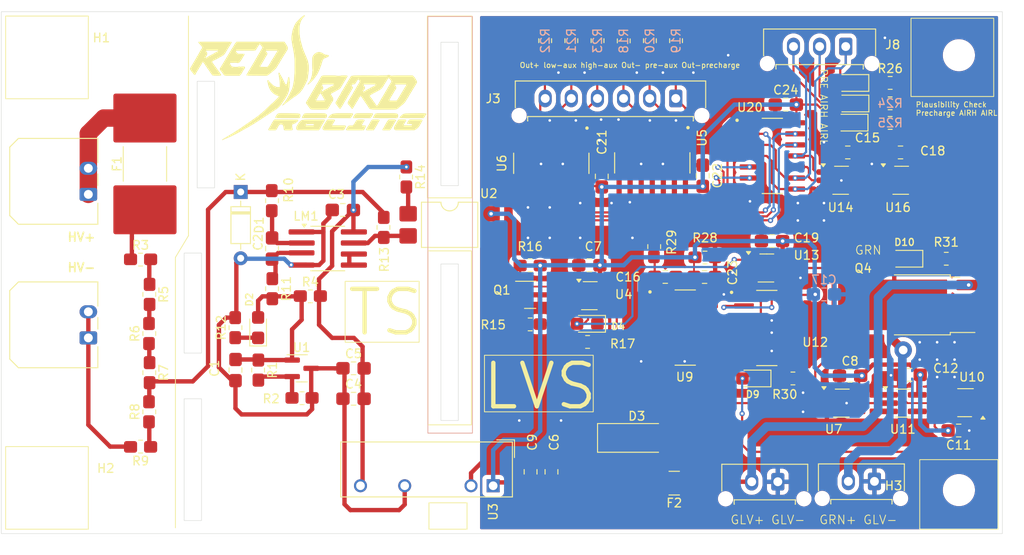
<source format=kicad_pcb>
(kicad_pcb (version 20241229) (generator "pcbnew") (generator_version "9.0")
  (layers (0 "F.Cu" signal) (2 "B.Cu" signal) (13 "F.Paste" user) (15 "B.Paste" user) (5 "F.SilkS" user "F.Silkscreen") (7 "B.SilkS" user "B.Silkscreen") (1 "F.Mask" user) (3 "B.Mask" user) (25 "Edge.Cuts" user))
  (net 0 "")
  (net 1 "+12V")
  (net 2 "/Vref")
  (net 3 "Net-(LM1-+)")
  (net 4 "Net-(LM1--)")
  (net 5 "Net-(R5-Pad2)")
  (net 6 "/Vin")
  (net 7 "GND")
  (net 8 "Net-(R6-Pad1)")
  (net 9 "Net-(R8-Pad1)")
  (net 10 "VCC")
  (net 11 "GLV-")
  (net 12 "GLV+")
  (net 13 "Net-(F1-Pad1)")
  (net 14 "Out +")
  (net 15 "Out Precharge")
  (net 16 "Out -")
  (net 17 "/GRN+")
  (net 18 "Net-(LM1-BAL)")
  (net 19 "Net-(LM1-Pad7)")
  (net 20 "Net-(Q1-G)")
  (net 21 "Net-(D2-K)")
  (net 22 "Net-(D5-K)")
  (net 23 "Net-(R3-Pad2)")
  (net 24 "TS RESET")
  (net 25 "AIRL Check")
  (net 26 "Net-(D6-K)")
  (net 27 "AIRH Check")
  (net 28 "Net-(J1-Pin_1)")
  (net 29 "/-HV")
  (net 30 "Net-(C16-Pad2)")
  (net 31 "Net-(D7-K)")
  (net 32 "Net-(D10-K)")
  (net 33 "Precharge Check")
  (net 34 "Net-(D9-K)")
  (net 35 "Net-(D4-K)")
  (net 36 "Net-(Q4-G)")
  (net 37 "RESET")
  (net 38 "Net-(U1-REF)")
  (net 39 "Net-(R14-Pad2)")
  (net 40 "TS LOGIC")
  (net 41 "RELAY LOGIC")
  (net 42 "high aux")
  (net 43 "pre aux")
  (net 44 "low aux")
  (net 45 "RELAY RESET")
  (net 46 "Net-(U11-Pad2)")
  (net 47 "Net-(U10-Pad2)")
  (net 48 "Net-(D3-A)")
  (net 49 "Net-(U5-Pad11)")
  (net 50 "Net-(U5-Pad13)")
  (net 51 "Net-(U6-Pad13)")
  (net 52 "Net-(U6-Pad11)")
  (net 53 "Net-(U5-Pad6)")
  (net 54 "Net-(U6-Pad6)")
  (net 55 "Net-(J3-Pin_4)")
  (net 56 "Net-(J3-Pin_3)")
  (net 57 "Net-(J3-Pin_1)")
  (net 58 "Net-(J3-Pin_2)")
  (net 59 "Net-(J3-Pin_5)")
  (net 60 "Net-(J3-Pin_6)")
  (net 61 "Net-(U14-Pad2)")
  (net 62 "Net-(U9-Pad13)")
  (net 71 "Net-(U12-Pad3)")
  (net 75 "Net-(U12-Pad2)")
  (footprint "RMC_Resistor:R_0805_2012Metric_Pad1.20x1.40mm_HandSolder_L" (layer "F.Cu") (at 165.05 81.4)
    (property "Reference" "R31")
    (property "Value" "1k")
  )
  (footprint "RMC_LED:LED_0805_2012Metric_Pad1.45x1.40mm_HandSolder" (layer "F.Cu") (at 154.055 63.552103 180)
    (property "Reference" "D6" (hide yes))
    (property "Value" "LED")
  )
  (footprint "RMC_SO:SOIC127P600X175-14N" (layer "F.Cu") (at 135.065 89.315)
    (property "Reference" "U9")
    (property "Value" "40106")
  )
  (footprint "Connector_Molex:Molex_Micro-Fit_3.0_43650-0215_1x02_P3.00mm_Vertical" (layer "F.Cu") (at 145.7 107.04 180)
    (property "Reference" "J7" (hide yes))
    (property "Value" "Conn_01x02_Pin")
  )
  (footprint "RMC_Capacitor:C_0805_2012Metric_Pad1.18x1.45mm_HandSolder_L" (layer "F.Cu") (at 83.4 94.2 -90)
    (property "Reference" "C1")
    (property "Value" "0.1uF")
  )
  (footprint "to be sorted:Fuse_1210_3225Metric_Pad1.42x2.65mm_HandSolder" (layer "F.Cu") (at 133.8 107.2 180)
    (property "Reference" "F2")
    (property "Value" "Fuse")
  )
  (footprint "RMC_Capacitor:C_0805_2012Metric_Pad1.18x1.45mm_HandSolder_L" (layer "F.Cu") (at 166.4756 101.15 180)
    (property "Reference" "C11")
    (property "Value" "0.1uF")
  )
  (footprint "RMC_Capacitor:C_0805_2012Metric_Pad1.18x1.45mm_HandSolder_L" (layer "F.Cu") (at 132.7719 83.4906 180)
    (property "Reference" "C16")
    (property "Value" "0.1uF")
  )
  (footprint "Diode_SMD:D_SMA_Handsoldering" (layer "F.Cu") (at 129.5 102)
    (property "Reference" "D3")
    (property "Value" "D")
  )
  (footprint "RMC_SOT:SOT-23-5_HandSoldering_Extended_RMC" (layer "F.Cu") (at 144.335 82.465)
    (property "Reference" "U13")
    (property "Value" "BU4S71G2")
  )
  (footprint "RMC_SOT:SOT-23" (layer "F.Cu") (at 117.25 85.55)
    (property "Reference" "Q1")
    (property "Value" "2N7002")
  )
  (footprint "RMC_Resistor:R_0805_2012Metric_Pad1.20x1.40mm_HandSolder_L" (layer "F.Cu") (at 73.5 90 90)
    (property "Reference" "R6")
    (property "Value" "249k")
  )
  (footprint "RMC_Resistor:R_0805_2012Metric_Pad1.20x1.40mm_HandSolder_L" (layer "F.Cu") (at 158.6075 65.784603)
    (property "Reference" "R25")
    (property "Value" "1k")
  )
  (footprint "Package_TO_SOT_SMD:SOT-23-5_HandSoldering" (layer "F.Cu") (at 124.05 85.65)
    (property "Reference" "U4")
    (property "Value" "BU4SU69G2")
  )
  (footprint "RMC_Resistor:R_0805_2012Metric_Pad1.20x1.40mm_HandSolder_L" (layer "F.Cu") (at 123.8475 90.9675 180)
    (property "Reference" "R17")
    (property "Value" "1k")
  )
  (footprint "RMC_Resistor:R_0805_2012Metric_Pad1.20x1.40mm_HandSolder_L" (layer "F.Cu") (at 92 85.725)
    (property "Reference" "R4")
    (property "Value" "2k2")
  )
  (footprint "RMC_LED:LED_0805_2012Metric_Pad1.45x1.40mm_HandSolder" (layer "F.Cu") (at 123.8025 88.8825 180)
    (property "Reference" "D4")
    (property "Value" "LED")
  )
  (footprint "RMC_Capacitor:C_0805_2012Metric_Pad1.18x1.45mm_HandSolder_L" (layer "F.Cu") (at 119.7 105.9 -90)
    (property "Reference" "C6")
    (property "Value" "2.2uF")
  )
  (footprint "RMC_Capacitor:C_0805_2012Metric_Pad1.18x1.45mm_HandSolder_L" (layer "F.Cu") (at 154 94.85)
    (property "Reference" "C8")
    (property "Value" "0.1uF")
  )
  (footprint "RMC_LED:LED_0805_2012Metric_Pad1.45x1.40mm_HandSolder" (layer "F.Cu") (at 160.25 81.4 180)
    (property "Reference" "D10")
    (property "Value" "LED")
  )
  (footprint "RMC_Resistor:R_0805_2012Metric_Pad1.20x1.40mm_HandSolder_L" (layer "F.Cu") (at 87.6 74.725 90)
    (property "Reference" "R10")
    (property "Value" "100")
  )
  (footprint "RMC_Capacitor:C_0805_2012Metric_Pad1.18x1.45mm_HandSolder_L" (layer "F.Cu") (at 96.9625 97.5)
    (property "Reference" "C4")
    (property "Value" "1uF")
  )
  (footprint "RMC_Capacitor:C_0805_2012Metric_Pad1.18x1.45mm_HandSolder_L" (layer "F.Cu") (at 159.793417 69.178517 180)
    (property "Reference" "C18")
    (property "Value" "0.1uF")
  )
  (footprint "RMC_SOT:SOT-23-5_HandSoldering_Extended_RMC" (layer "F.Cu") (at 167.26 97.95 180)
    (property "Reference" "U10")
    (property "Value" "BU4S01G2")
  )
  (footprint "RMC_Resistor:R_0805_2012Metric_Pad1.20x1.40mm_HandSolder_L" (layer "F.Cu") (at 87.6 84.8475 -90)
    (property "Reference" "R11")
    (property "Value" "100")
  )
  (footprint "RMC_TO:TO-252-2" (layer "F.Cu") (at 162.2 86.7 180)
    (property "Reference" "Q4")
    (property "Value" "QM6015D")
  )
  (footprint "RMC_Capacitor:C_0805_2012Metric_Pad1.18x1.45mm_HandSolder_L" (layer "F.Cu") (at 125.478817 71.928517 -90)
    (property "Reference" "C21")
    (property "Value" "0.1uF")
  )
  (footprint "RMC_Resistor:R_0805_2012Metric_Pad1.20x1.40mm_HandSolder_L" (layer "F.Cu") (at 118.977766 56.328517 90)
    (property "Reference" "R22")
    (property "Value" "10k")
  )
  (footprint "Connector_Molex:Molex_Micro-Fit_3.0_43650-0315_1x03_P3.00mm_Vertical" (layer "F.Cu") (at 153.5 57 180)
    (property "Reference" "J8")
    (property "Value" "Conn_01x03")
  )
  (footprint "RMC_Resistor:R_0805_2012Metric_Pad1.20x1.40mm_HandSolder_L" (layer "F.Cu") (at 86 94.2 -90)
    (property "Reference" "R1")
    (property "Value" "2k")
  )
  (footprint "RMC_LED:LED_0805_2012Metric_Pad1.45x1.40mm_HandSolder" (layer "F.Cu") (at 153.955 65.752103 180)
    (property "Reference" "D5" (hide yes))
    (property "Value" "LED")
  )
  (footprint "RMC_Capacitor:C_0805_2012Metric_Pad1.18x1.45mm_HandSolder_L" (layer "F.Cu") (at 124.05 82.148948)
    (property "Reference" "C7")
    (property "Value" "0.1uF")
  )
  (footprint "RMC_SO:SOIC127P600X175-14N" (layer "F.Cu") (at 145.068817 69.578517)
    (property "Reference" "U20")
    (property "Value" "4071")
  )
  (footprint "RMC_Resistor:R_0805_2012Metric_Pad1.20x1.40mm_HandSolder_L" (layer "F.Cu") (at 158.6075 61.184603)
    (property "Reference" "R26")
    (property "Value" "1k")
  )
  (footprint "RMC_Resistor:R_0805_2012Metric_Pad1.20x1.40mm_HandSolder_L" (layer "F.Cu") (at 100.4 77.8 -90)
    (property "Reference" "R13")
    (property "Value" "1M")
  )
  (footprint "Diode_THT:D_DO-35_SOD27_P7.62mm_Horizontal" (layer "F.Cu") (at 84 73.725 -90)
    (property "Reference" "D1")
    (property "Value" "12V")
  )
  (footprint "RMC_Capacitor:C_0805_2012Metric_Pad1.18x1.45mm_HandSolder_L" (layer "F.Cu") (at 87.6 80.225 -90)
    (property "Reference" "C2")
    (property "Value" "10n")
  )
  (footprint "RMC_LED:LED_0805_2012Metric_Pad1.45x1.40mm_HandSolder" (layer "F.Cu") (at 154.046334 61.189088 180)
    (property "Reference" "D7" (hide yes))
    (property "Value" "LED")
  )
  (footprint "RMC_SO:SOIC127P600X175-14N" (layer "F.Cu") (at 131.278817 70.378517 -90)
    (property "Reference" "U5")
    (property "Value" "40106")
  )
  (footprint "MountingHole:MountingHole_3.2mm_M3" (layer "F.Cu") (at 166.5 108)
    (property "Reference" "H3")
    (property "Value" "MountingHole")
  )
  (footprint "RMC_Capacitor:C_0805_2012Metric_Pad1.18x1.45mm_HandSolder_L" (layer "F.Cu") (at 153.734417 69.178517)
    (property "Reference" "C15")
    (property "Value" "0.1uF")
  )
  (footprint "RMC_SO:SOIC127P600X175-14N" (layer "F.Cu") (at 144.435 89.365)
    (property "Reference" "U12")
    (property "Value" "4077")
  )
  (footprint "RMC_Resistor:R_0805_2012Metric_Pad1.20x1.40mm_HandSolder_L" (layer "F.Cu") (at 91.0475 97.4325)
    (property "Reference" "R2")
    (property "Value" "10k")
  )
  (footprint "RMC_Capacitor:C_0805_2012Metric_Pad1.18x1.45mm_HandSolder_L" (layer "F.Cu") (at 160.8444 94.75)
    (property "Reference" "C12")
    (property "Value" "0.1uF")
  )
  (footprint "Package_DIP:SMDIP-4_W9.53mm" (layer "F.Cu") (at 108 77.5)
    (property "Reference" "U2")
    (property "Value" "LTV-817S")
  )
  (footprint "Fuse:Fuse_Littelfuse-NANO2-885" (layer "F.Cu") (at 73 70.5 90)
    (property "Reference" "F1")
    (property "Value" "Fuse")
  )
  (footprint "RMC_Resistor:R_0805_2012Metric_Pad1.20x1.40mm_HandSolder_L" (layer "F.Cu") (at 128 56.35 90)
    (property "Reference" "R18")
    (property "Value" "10k")
  )
  (footprint "RMC_Capacitor:C_0805_2012Metric_Pad1.18x1.45mm_HandSolder_L" (layer "F.Cu") (at 137.2875 83.4975 180)
    (property "Reference" "C23")
    (property "Value" "0.1uF")
  )
  (footprint "RMC_Resistor:R_0805_2012Metric_Pad1.20x1.40mm_HandSolder_L" (layer "F.Cu") (at 117.25 88.95)
    (property "Reference" "R15")
    (property "Value" "10k")
  )
  (footprint "MountingHole:MountingHole_3.2mm_M3" (layer "F.Cu") (at 166.5 58)
    (property "Reference" "H4" (hide yes))
    (property "Value" "MountingHole")
  )
  (footprint "Connector_Molex:Molex_Micro-Fit_3.0_43650-0200_1x02_P3.00mm_Horizontal" (layer "F.Cu") (at 66.5 90.5 90)
    (property "Reference" "J2" (hide yes))
    (property "Value" "Conn_01x02_Pin")
  )
  (footprint "RMC_Resistor:R_0805_2012Metric_Pad1.20x1.40mm_HandSolder_L" (layer "F.Cu") (at 121.984476 56.328517 90)
    (property "Reference" "R21")
    (property "Value" "10k")
  )
  (footprint "RMC_SOT:SOT-23-5_HandSoldering_Extended_RMC" (layer "F.Cu") (at 153 98)
    (property "Reference" "U7")
    (property "Value" "BU4S81G2")
  )
  (footprint "RMC_Resistor:R_0805_2012Metric_Pad1.20x1.40mm_HandSolder_L" (layer "F.Cu") (at 73.5 94.5 -90)
    (property "Reference" "R7")
    (property "Value" "249k")
  )
  (footprint "footprints:Converter_DCDC_F1212" (layer "F.Cu") (at 113 107.5 -90)
    (property "Reference" "U3")
    (property "Value" "B1212")
  )
  (footprint "RMC_LED:LED_0805_2012Metric_Pad1.45x1.40mm_HandSolder" (layer "F.Cu") (at 142.81 95.165 180)
    (property "Reference" "D9")
    (property "Value" "LED")
  )
  (footprint "MountingHole:MountingHole_3.2mm_M3" (layer "F.Cu") (at 61.5 58)
    (property "Reference" "H1")
    (property "Value" "MountingHole")
  )
  (footprint "RMC_Resistor:R_0805_2012Metric_Pad1.20x1.40mm_HandSolder_L" (layer "F.Cu") (at 73.5 85.5 -90)
    (property "Reference" "R5")
    (property "Value" "249k")
  )
  (footprint "RMC_Capacitor:C_0805_2012Metric_Pad1.18x1.45mm_HandSolder_L" (layer "F.Cu") (at 137.078817 71.858517 -90)
    (property "Reference" "C22")
    (property "Value" "0.1uF")
  )
  (footprint "RMC_SOT:SOT-23-5_HandSoldering_Extended_RMC" (layer "F.Cu") (at 152.918817 72.378517)
    (property "Reference" "U14")
    (property "Value" "BUS4S71G2")
  )
  (footprint "RMC_Resistor:R_0805_2012Metric_Pad1.20x1.40mm_HandSolder_L" (layer "F.Cu") (at 103 72 -90)
    (property "Reference" "R14")
    (property "Value" "2k2")
  )
  (footprint "RMC_Resistor:R_0805_2012Metric_Pad1.20x1.40mm_HandSolder_L" (layer "F.Cu") (at 72.5 103 180)
    (property "Reference" "R9")
    (property "Value" "1k")
  )
  (footprint "RMC_Resistor:R_0805_2012Metric_Pad1.20x1.40mm_HandSolder_L" (layer "F.Cu") (at 147.435 95.165)
    (property "Reference" "R30")
    (property "Value" "1k")
  )
  (footprint "RMC_Resistor:R_0805_2012Metric_Pad1.20x1.40mm_HandSolder_L" (layer "F.Cu") (at 83.4 89.325 90)
    (property "Reference" "R12")
    (property "Value" "1k")
  )
  (footprint "RMC_SOT:SOT-23-5_HandSoldering_Extended_RMC" (layer "F.Cu") (at 160.06 98)
    (property "Reference" "U11")
    (property "Value" "BU4S01G2")
  )
  (footprint "RMC_Resistor:R_0805_2012Metric_Pad1.20x1.40mm_HandSolder_L" (layer "F.Cu") (at 124.991186 56.328517 90)
    (property "Reference" "R23")
    (property "Value" "10k")
  )
  (footprint "RMC_Capacitor:C_0805_2012Metric_Pad1.18x1.45mm_HandSolder_L" (layer "F.Cu") (at 96.9625 94)
    (property "Reference" "C5")
    (property "Value" "0.1uF")
  )
  (footprint "RMC_Resistor:R_0805_2012Metric_Pad1.20x1.40mm_HandSolder_L" (layer "F.Cu") (at 131.5 80 90)
    (property "Reference" "R29")
    (property "Value" "100k")
  )
  (footprint "RMC_Resistor:R_0805_2012Metric_Pad1.20x1.40mm_HandSolder_L" (layer "F.Cu") (at 72.5 81.5)
    (property "Reference" "R3")
    (property "Value" "249k")
  )
  (footprint "RMC_Resistor:R_0805_2012Metric_Pad1.20x1.40mm_HandSolder_L" (layer "F.Cu") (at 134.011317 56.328517 90)
    (property "Reference" "R19")
    (property "Value" "10k")
  )
  (footprint "RMC_Capacitor:C_0805_2012Metric_Pad1.18x1.45mm_HandSolder_L" (layer "F.Cu") (at 146.618817 63.678517)
    (property "Reference" "C24")
    (property "Value" "0.1uF")
  )
  (footprint "Material:29x15" (layer "F.Cu") (at 92 60.5)
    (property "Reference" "G***" (hide yes))
    (property "Value" "LOGO" (hide yes))
  )
  (footprint "RMC_LED:LED_0805_2012Metric_Pad1.45x1.40mm_HandSolder" (layer "F.Cu") (at 86 89.325 90)
    (property "Reference" "D2")
    (property "Value" "LED")
  )
  (footprint "RMC_Resistor:R_0805_2012Metric_Pad1.20x1.40mm_HandSolder_L" (layer "F.Cu") (at 131.004607 56.328517 90)
    (property "Reference" "R20")
    (property "Value" "10k")
  )
  (footprint "RMC_SO:SOIC127P600X175-14N" (layer "F.Cu") (at 119.678817 70.428517 -90)
    (property "Reference" "U6")
    (property "Value" "40106")
  )
  (footprint "RMC_SOT:SOT-23-5_HandSoldering_Extended_RMC" (layer "F.Cu") (at 159.818817 72.378517)
    (property "Reference" "U16")
    (property "Value" "BU4SU69G2")
  )
  (footprint "RMC_SOT:SOT-23" (layer "F.Cu") (at 91 94)
    (property "Reference" "U1")
    (property "Value" "TL431DBZ")
  )
  (footprint "RMC_Capacitor:C_0805_2012Metric_Pad1.18x1.45mm_HandSolder_L" (layer "F.Cu") (at 117.3 105.9 -90)
    (property "Reference" "C9")
    (property "Value" "100nF")
  )
  (footprint "RMC_SO:SOIC-8_3.9x4.9mm_P1.27mm_RMC_Handsolder" (layer "F.Cu") (at 94 80.225)
    (property "Reference" "LM1")
    (property "Value" "LM311")
  )
  (footprint "MountingHole:MountingHole_3.2mm_M3" (layer "F.Cu") (at 61.5 108)
    (property "Reference" "H2")
    (property "Value" "MountingHole")
  )
  (footprint "RMC_Resistor:R_0805_2012Metric_Pad1.20x1.40mm_HandSolder_L" (layer "F.Cu") (at 117.25 82.15 180)
    (property "Reference" "R16")
    (property "Value" "22k")
  )
  (footprint "Connector_Molex:Molex_Micro-Fit_3.0_43650-0215_1x02_P3.00mm_Vertical" (layer "F.Cu") (at 156.8 107 180)
    (property "Reference" "J6" (hide yes))
    (property "Value" "Conn_01x02_Pin")
  )
  (footprint "RMC_Capacitor:C_0805_2012Metric_Pad1.18x1.45mm_HandSolder_L" (layer "F.Cu") (at 145.035 79.365 180)
    (property "Reference" "C19")
    (property "Value" "0.1uF")
  )
  (footprint "RMC_Capacitor:C_0805_2012Metric_Pad1.18x1.45mm_HandSolder_L" (layer "F.Cu") (at 95.7344 75.7931 180)
    (property "Reference" "C3")
    (property "Value" "100n")
  )
  (footprint "RMC_Resistor:R_0805_2012Metric_Pad1.20x1.40mm_HandSolder_L" (layer "F.Cu") (at 73.5 99 90)
    (property "Reference" "R8")
    (property "Value" "25k")
  )
  (footprint "RMC_Resistor:R_0805_2012Metric_Pad1.20x1.40mm_HandSolder_L" (layer "F.Cu") (at 158.6025 63.5325)
    (property "Reference" "R24")
    (property "Value" "1k")
  )
  (footprint "Connector_Molex:Molex_Micro-Fit_3.0_43650-0615_1x06_P3.00mm_Vertical" (layer "F.Cu") (at 133.978817 62.973517 180)
    (property "Reference" "J3")
    (property "Value" "Conn_01x06_Pin")
  )
  (footprint "Connector_Molex:Molex_Micro-Fit_3.0_43650-0200_1x02_P3.00mm_Horizontal" (layer "F.Cu") (at 66.5 74 90)
    (property "Reference" "J1" (hide yes))
    (property "Value" "Conn_01x02_Pin")
  )
  (footprint "RMC_Resistor:R_0805_2012Metric_Pad1.20x1.40mm_HandSolder_L" (layer "F.Cu") (at 137.335 81.265)
    (property "Reference" "R28")
    (property "Value" "10k")
  )
  (footprint "RMC_Capacitor:C_0805_2012Metric_Pad1.18x1.45mm_HandSolder_L" (layer "B.Cu") (at 151 85.5 180)
    (property "Reference" "C17")
    (property "Value" "0.1uF")
  )
  (gr_rect (start 162 104.5) (end 171 112.5) (stroke (width 0.1)) (fill no) (layer "F.SilkS"))
  (gr_rect (start 161 53.75) (end 170.5 62.75) (stroke (width 0.1)) (fill no) (layer "F.SilkS"))
  (gr_rect (start 105.44125 53.5) (end 110.55875 74.4) (stroke (width 0.1)) (fill no) (layer "F.SilkS"))
  (gr_line (start 76.5 81.25) (end 76.5 112.333333) (stroke (width 0.1)) (layer "F.SilkS"))
  (gr_line (start 78 53.5) (end 78 78.75) (stroke (width 0.1)) (layer "F.SilkS"))
  (gr_line (start 78 78.75) (end 76.5 81.25) (stroke (width 0.1)) (layer "F.SilkS"))
  (gr_rect (start 105.5 80.5) (end 110.5 100.5) (stroke (width 0.1)) (fill no) (layer "F.SilkS"))
  (gr_rect (start 105.625 109.46) (end 110 112.5) (stroke (width 0.1)) (fill no) (layer "F.SilkS"))
  (gr_rect (start 112 92.5) (end 124.5 99) (stroke (width 0.1)) (fill no) (layer "F.SilkS"))
  (gr_rect (start 57 53.5) (end 66.5 63) (stroke (width 0.1)) (fill no) (layer "F.SilkS"))
  (gr_rect (start 57 103) (end 66.5 112.5) (stroke (width 0.1)) (fill no) (layer "F.SilkS"))
  (gr_rect (start 96 84) (end 104.5 91) (stroke (width 0.1)) (fill no) (layer "F.SilkS"))
  (gr_rect (start 105.5 53.55) (end 110.6175 101.45) (stroke (width 0.1)) (fill no) (layer "B.SilkS"))
  (gr_rect (start 107 56.5) (end 109 73) (stroke (width 0.05)) (fill no) (layer "Edge.Cuts"))
  (gr_rect (start 77.5 80.75) (end 79.5 92.25) (stroke (width 0.05)) (fill no) (layer "Edge.Cuts"))
  (gr_rect (start 77.5 97.5) (end 79.5 111.5) (stroke (width 0.05)) (fill no) (layer "Edge.Cuts"))
  (gr_rect (start 107 82) (end 109 100) (stroke (width 0.05)) (fill no) (layer "Edge.Cuts"))
  (gr_rect (start 79 61) (end 81 73.25) (stroke (width 0.05)) (fill no) (layer "Edge.Cuts"))
  (gr_rect (start 56.5 53) (end 171.5 113) (stroke (width 0.05)) (fill no) (layer "Edge.Cuts"))
  (gr_text "Out+ low-aux high-aux Out- pre-aux Out-precharge" (at 116 59.5 0) (layer "F.SilkS") (effects (font (size 0.6 0.6) (thickness 0.1)) (justify left bottom)))
  (gr_text "TS" (at 96 90.5 0) (layer "F.SilkS") (effects (font (size 5 5) (thickness 0.5)) (justify left bottom)))
  (gr_text "HV+" (at 64 79.5 0) (layer "F.SilkS") (effects (font (size 1 1) (thickness 0.2) (bold yes)) (justify left bottom)))
  (gr_text "GLV+ GLV-" (at 140.2 112 0) (layer "F.SilkS") (effects (font (size 1 1) (thickness 0.1)) (justify left bottom)))
  (gr_text "LVS" (at 111.5 99 0) (layer "F.SilkS") (effects (font (size 5 5) (thickness 0.5)) (justify left bottom)))
  (gr_text "PRE AIRH AIRL" (at 150.5 59.5 270) (layer "F.SilkS") (effects (font (size 0.8 0.8) (thickness 0.1)) (justify left bottom)))
  (gr_text "HV-" (at 64 83 0) (layer "F.SilkS") (effects (font (size 1 1) (thickness 0.2) (bold yes)) (justify left bottom)))
  (gr_text "GRN" (at 154.5 81 0) (layer "F.SilkS") (effects (font (size 1 1) (thickness 0.1)) (justify left bottom)))
  (gr_text "Plausibility Check\nPrecharge AIRH AIRL" (at 161.5 65 0) (layer "F.SilkS") (effects (font (size 0.6 0.6) (thickness 0.1)) (justify left bottom)))
  (gr_text "GRN+ GLV-" (at 150.4 112 0) (layer "F.SilkS") (effects (font (size 1 1) (thickness 0.1)) (justify left bottom)))
  (segment (start 96.95 75.8) (end 96.95 78.27) (width 0.5) (layer "F.Cu") (net 1))
  (segment (start 98 107.26) (end 97.76 107.5) (width 0.5) (layer "F.Cu") (net 1))
  (segment (start 94.5 78.25) (end 94.5 82.225) (width 0.5) (layer "F.Cu") (net 1))
  (segment (start 96.95 78.27) (end 97 78.32) (width 0.5) (layer "F.Cu") (net 1))
  (segment (start 96.95 75.8) (end 94.5 78.25) (width 0.5) (layer "F.Cu") (net 1))
  (segment (start 98 91.5) (end 98 107.26) (width 0.5) (layer "F.Cu") (net 1))
  (segment (start 93 83.725) (end 93 89) (width 0.5) (layer "F.Cu") (net 1))
  (segment (start 94.5 90.5) (end 97 90.5) (width 0.5) (layer "F.Cu") (net 1))
  (segment (start 93 89) (end 94.5 90.5) (width 0.5) (layer "F.Cu") (net 1))
  (segment (start 97 90.5) (end 98 91.5) (width 0.5) (layer "F.Cu") (net 1))
  (segment (start 94.5 82.225) (end 93 83.725) (width 0.5) (layer "F.Cu") (net 1))
  (via (at 103.0325 70.8475) (size 0.7) (drill 0.3) (layers "F.Cu" "B.Cu") (net 1))
  (via (at 96.95 75.8) (size 0.7) (drill 0.3) (layers "F.Cu" "B.Cu") (net 1))
  (segment (start 96.95 72.55) (end 96.95 75.8) (width 0.5) (layer "B.Cu") (net 1))
  (segment (start 103.0325 70.8475) (end 103.03 70.85) (width 0.5) (layer "B.Cu") (net 1))
  (segment (start 98.65 70.85) (end 96.95 72.55) (width 0.5) (layer "B.Cu") (net 1))
  (segment (start 103.03 70.85) (end 98.65 70.85) (width 0.5) (layer "B.Cu") (net 1))
  (segment (start 91 88.425) (end 91 85.725) (width 0.5) (layer "F.Cu") (net 2))
  (segment (start 86.035 93.05) (end 86.0325 93.0475) (width 0.5) (layer "F.Cu") (net 2))
  (segment (start 86 86.225) (end 86.5 85.725) (width 0.5) (layer "F.Cu") (net 2))
  (segment (start 86 88.15) (end 86 86.225) (width 0.5) (layer "F.Cu") (net 2))
  (segment (start 83.4069 92.9844) (end 85.9694 92.9844) (width 0.5) (layer "F.Cu") (net 2))
  (segment (start 91 85.725) (end 86.5 85.725) (width 0.5) (layer "F.Cu") (net 2))
  (segment (start 89.9 93.05) (end 86.035 93.05) (width 0.5) (layer "F.Cu") (net 2))
  (segment (start 89.9 93.05) (end 89.9 89.525) (width 0.5) (layer "F.Cu") (net 2))
  (segment (start 85.9694 92.9844) (end 86.0325 93.0475) (width 0.5) (layer "F.Cu") (net 2))
  (segment (start 89.9 89.525) (end 91 88.425) (width 0.5) (layer "F.Cu") (net 2))
  (segment (start 91 79.59) (end 88.1875 79.59) (width 0.5) (layer "F.Cu") (net 3))
  (segment (start 87.6069 75.9169) (end 87.5675 75.8775) (width 0.5) (layer "F.Cu") (net 3))
  (segment (start 87.6069 79.0094) (end 87.6069 75.9169) (width 0.5) (layer "F.Cu") (net 3))
  (segment (start 88.1875 79.59) (end 87.6069 79.0094) (width 0.5) (layer "F.Cu") (net 3))
  (segment (start 88.3156 80.725) (end 87.6 81.4406) (width 0.5) (layer "F.Cu") (net 4))
  (segment (start 88 81.2625) (end 88 83.725) (width 0.5) (layer "F.Cu") (net 4))
  (segment (start 90.9875 80.725) (end 88.3156 80.725) (width 0.5) (layer "F.Cu") (net 4))
  (segment (start 73.5 86.5) (end 73.5 89) (width 0.5) (layer "F.Cu") (net 5))
  (segment (start 84 73.725) (end 98 73.725) (width 0.5) (layer "F.Cu") (net 6))
  (segment (start 84 73.725) (end 82.275 73.725) (width 0.5) (layer "F.Cu") (net 6))
  (segment (start 73.5 95.5) (end 73.5 98) (width 0.5) (layer "F.Cu") (net 6))
  (segment (start 78.5 95.5) (end 73.5 95.5) (width 0.5) (layer "F.Cu") (net 6))
  (segment (start 82.275 73.725) (end 80.251 75.749) (width 0.5) (layer "F.Cu") (net 6))
  (segment (start 80.251 75.749) (end 80.251 93.749) (width 0.5) (layer "F.Cu") (net 6))
  (segment (start 100.4325 76.1575) (end 100.4325 76.6475) (width 0.5) (layer "F.Cu") (net 6))
  (segment (start 80.251 93.749) (end 78.5 95.5) (width 0.5) (layer "F.Cu") (net 6))
  (segment (start 98 73.725) (end 100.4325 76.1575) (width 0.5) (layer "F.Cu") (net 6))
  (segment (start 93.5 77.35) (end 94.1844 76.6656) (width 0.5) (layer "F.Cu") (net 7))
  (segment (start 91.6 99.3) (end 84.1 99.3) (width 0.5) (layer "F.Cu") (net 7))
  (segment (start 91.495 82.1) (end 89.8 82.1) (width 0.5) (layer "F.Cu") (net 7))
  (segment (start 96.6 110.3) (end 102.2 110.3) (width 0.5) (layer "F.Cu") (net 7))
  (segment (start 82.3275 88.1725) (end 81.5 89) (width 0.5) (layer "F.Cu") (net 7))
  (segment (start 95.925 109.625) (end 96.6 110.3) (width 0.5) (layer "F.Cu") (net 7))
  (segment (start 95.925 94) (end 94.8 94) (width 0.5) (layer "F.Cu") (net 7))
  (segment (start 93.5 81.63) (end 93 82.13) (width 0.5) (layer "F.Cu") (net 7))
  (segment (start 91.4625 78.2575) (end 91.525 78.32) (width 0.5) (layer "F.Cu") (net 7))
  (segment (start 84 81.345) (end 83.5 81.845) (width 0.5) (layer "F.Cu") (net 7))
  (segment (start 93 82.13) (end 91.525 82.13) (width 0.5) (layer "F.Cu") (net 7))
  (segment (start 83.5 81.845) (end 83.5 87.725) (width 0.5) (layer "F.Cu") (net 7))
  (segment (start 91.525 82.13) (end 91.495 82.1) (width 0.5) (layer "F.Cu") (net 7))
  (segment (start 95.74 94) (end 95.7469 93.9931) (width 0.5) (layer "F.Cu") (net 7))
  (segment (start 102.84 109.66) (end 102.84 107.5) (width 0.5) (layer "F.Cu") (net 7))
  (segment (start 91.525 78.32) (end 93.5 78.32) (width 0.5) (layer "F.Cu") (net 7))
  (segment (start 91 78.32) (end 91.5894 78.32) (width 0.5) (layer "F.Cu") (net 7))
  (segment (start 95.925 97.5) (end 95.925 109.625) (width 0.5) (layer "F.Cu") (net 7))
  (segment (start 83.4 98.6) (end 83.4 95.4156) (width 0.5) (layer "F.Cu") (net 7))
  (segment (start 92.1 94) (end 95.74 94) (width 0.5) (layer "F.Cu") (net 7))
  (segment (start 81.5 89) (end 81.5 93.9) (width 0.5) (layer "F.Cu") (net 7))
  (segment (start 92.1 94) (end 92.1 97.3) (width 0.5) (layer "F.Cu") (net 7))
  (segment (start 93.5 78.32) (end 93.5 81.63) (width 0.5) (layer "F.Cu") (net 7))
  (segment (start 94.1844 76.6656) (end 94.1844 75.725) (width 0.5) (layer "F.Cu") (net 7))
  (segment (start 95.925 97.5) (end 95.925 94) (width 0.5) (layer "F.Cu") (net 7))
  (segment (start 83.3675 88.1725) (end 82.3275 88.1725) (width 0.5) (layer "F.Cu") (net 7))
  (segment (start 92.2 97.4) (end 92.2 98.7) (width 0.5) (layer "F.Cu") (net 7))
  (segment (start 92.1 97.3) (end 92.2 97.4) (width 0.5) (layer "F.Cu") (net 7))
  (segment (start 84.1 99.3) (end 83.4 98.6) (width 0.5) (layer "F.Cu") (net 7))
  (segment (start 95.65 97.225) (end 95.925 97.5) (width 0.5) (layer "F.Cu") (net 7))
  (segment (start 92.2 98.7) (end 91.6 99.3) (width 0.5) (layer "F.Cu") (net 7))
  (segment (start 93.5 78.32) (end 93.5 77.35) (width 0.5) (layer "F.Cu") (net 7))
  (segment (start 81.5 93.9) (end 82.8078 95.2078) (width 0.5) (layer "F.Cu") (net 7))
  (segment (start 102.2 110.3) (end 102.84 109.66) (width 0.5) (layer "F.Cu") (net 7))
  (via (at 89.8 82.1) (size 0.6) (drill 0.3) (layers "F.Cu" "B.Cu") (net 7))
  (segment (start 84.5 81.4) (end 84.445 81.345) (width 0.5) (layer "B.Cu") (net 7))
  (segment (start 89 81.4) (end 84.5 81.4) (width 0.5) (layer "B.Cu") (net 7))
  (segment (start 89.8 82.1) (end 89.7 82.1) (width 0.5) (layer "B.Cu") (net 7))
  (segment (start 89.7 82.1) (end 89 81.4) (width 0.5) (layer "B.Cu") (net 7))
  (segment (start 84.445 81.345) (end 84 81.345) (width 0.5) (layer "B.Cu") (net 7))
  (segment (start 73.5 91) (end 73.5 93.5) (width 0.5) (layer "F.Cu") (net 8))
  (segment (start 73.5 103) (end 73.5 100) (width 0.5) (layer "F.Cu") (net 9))
  (segment (start 147.834417 63.678517) (end 147.834417 65.622917) (width 0.25) (layer "F.Cu") (net 10))
  (segment (start 155.04 97.05) (end 155.04 95.1656) (width 0.25) (layer "F.Cu") (net 10))
  (segment (start 155.3556 94.85) (end 156.6316 93.574) (width 0.5) (layer "F.Cu") (net 10))
  (segment (start 147.834417 63.678517) (end 150.202897 63.678517) (width 0.25) (layer "F.Cu") (net 10))
  (segment (start 149.945 85.555) (end 150 85.5) (width 0.25) (layer "F.Cu") (net 10))
  (segment (start 159.775 69.775) (end 159.775 72.975) (width 0.25) (layer "F.Cu") (net 10))
  (segment (start 136.1025 83.4975) (end 136.135 83.465) (width 0.25) (layer "F.Cu") (net 10))
  (segment (start 159.421483 73.328517) (end 158.158817 73.328517) (width 0.25) (layer "F.Cu") (net 10))
  (segment (start 136.0719 83.4975) (end 136.0719 81.3431) (width 0.2) (layer "F.Cu") (net 10))
  (segment (start 136.475 85.505) (end 136.135 85.165) (width 0.25) (layer "F.Cu") (net 10))
  (segment (start 133.978817 55.176017) (end 134.0028 55.2) (width 0.25) (layer "F.Cu") (net 10))
  (segment (start 137.003217 72.998517) (end 137.078817 73.074117) (width 0.25) (layer "F.Cu") (net 10))
  (segment (start 113.3844 107.1156) (end 113 107.5) (width 0.5) (layer "F.Cu") (net 10))
  (segment (start 133.9875 83.4975) (end 136.1025 83.4975) (width 0.25) (layer "F.Cu") (net 10))
  (segment (start 123.488817 73.048517) (end 125.383217 73.048517) (width 0.25) (layer "F.Cu") (net 10))
  (segment (start 147.834417 65.622917) (end 147.688817 65.768517) (width 0.25) (layer "F.Cu") (net 10))
  (segment (start 125.2656 84.5656) (end 125.4 84.7) (width 0.5) (layer "F.Cu") (net 10))
  (segment (start 137.685 85.505) (end 136.475 85.505) (width 0.25) (layer "F.Cu") (net 10))
  (segment (start 127 102) (end 127 106) (width 0.5) (layer "F.Cu") (net 10))
  (segment (start 142.525 61.375) (end 143.275 62.125) (width 0.25) (layer "F.Cu") (net 10))
  (segment (start 159.178517 69.178517) (end 159.775 69.775) (width 0.25) (layer "F.Cu") (net 10))
  (segment (start 161.72 97.05) (end 161.72 95.09) (width 0.25) (layer "F.Cu") (net 10))
  (segment (start 117.3 107.1156) (end 113.3844 107.1156) (width 0.5) (layer "F.Cu") (net 10))
  (segment (start 160.884 93.574) (end 162.06 94.75) (width 0.5) (layer "F.Cu") (net 10))
  (segment (start 154.578817 69.549717) (end 154.950017 69.178517) (width 0.25) (layer "F.Cu") (net 10))
  (segment (start 120.023766 56.254517) (end 126.910483 56.254517) (width 0.25) (layer "F.Cu") (net 10))
  (segment (start 143.275 62.125) (end 147.35 62.125) (width 0.25) (layer "F.Cu") (net 10))
  (segment (start 118.945266 55.176017) (end 120.023766 56.254517) (width 0.25) (layer "F.Cu") (net 10))
  (segment (start 134.0028 55.2) (end 141.725 55.2) (width 0.25) (layer "F.Cu") (net 10))
  (segment (start 132.900317 56.254517) (end 133.978817 55.176017) (width 0.25) (layer "F.Cu") (net 10))
  (segment (start 141.725 55.2) (end 142.525 56) (width 0.25) (layer "F.Cu") (net 10))
  (segment (start 151.575 67) (end 154.45 67) (width 0.25) (layer "F.Cu") (net 10))
  (segment (start 150.849 64.32462) (end 150.849 66.274) (width 0.25) (layer "F.Cu") (net 10))
  (segment (start 156.6316 93.574) (end 160.884 93.574) (width 0.5) (layer "F.Cu") (net 10))
  (segment (start 150.202897 63.678517) (end 150.849 64.32462) (width 0.25) (layer "F.Cu") (net 10))
  (segment (start 146.2506 79.3719) (end 146.2506 81.2594) (width 0.5) (layer "F.Cu") (net 10))
  (segment (start 163.72 100.7) (end 164.17 101.15) (width 0.25) (layer "F.Cu") (net 10))
  (segment (start 147.834417 62.609417) (end 147.834417 63.678517) (width 0.25) (layer "F.Cu") (net 10))
  (segment (start 147.055 85.555) (end 149.945 85.555) (width 0.25) (layer "F.Cu") (net 10))
  (segment (start 125.383217 73.048517) (end 125.478817 73.144117) (width 0.25) (layer "F.Cu") (net 10))
  (segment (start 146.2506 81.2594) (end 145.995 81.515) (width 0.5) (layer "F.Cu") (net 10))
  (segment (start 165.6 98.9) (end 164.32 98.9) (width 0.25) (layer "F.Cu") (net 10))
  (segment (start 158.118817 73.368517) (end 158.158817 73.328517) (width 0.25) (layer "F.Cu") (net 10))
  (segment (start 154.950017 69.178517) (end 158.577817 69.178517) (width 0.25) (layer "F.Cu") (net 10))
  (segment (start 119.7844 107.2) (end 119.7 107.1156) (width 0.5) (layer "F.Cu") (net 10))
  (segment (start 154.950017 67.500017) (end 154.950017 69.178517) (width 0.25) (layer "F.Cu") (net 10))
  (segment (start 126.910483 56.254517) (end 127.9675 55.1975) (width 0.25) (layer "F.Cu") (net 10))
  (segment (start 164.17 101.15) (end 165.26 101.15) (width 0.25) (layer "F.Cu") (net 10))
  (segment (start 125.8844 107.1156) (end 119.7 107.1156) (width 0.5) (layer "F.Cu") (net 10))
  (segment (start 159.775 72.975) (end 159.421483 73.328517) (width 0.25) (layer "F.Cu") (net 10))
  (segment (start 158.577817 69.178517) (end 159.178517 69.178517) (width 0.25) (layer "F.Cu") (net 10))
  (segment (start 129.024517 56.254517) (end 132.900317 56.254517) (width 0.25) (layer "F.Cu") (net 10))
  (segment (start 155.04 95.1656) (end 155.3556 94.85) (width 0.25) (layer "F.Cu") (net 10))
  (segment (start 161.72 95.09) (end 162.06 94.75) (width 0.25) (layer "F.Cu") (net 10))
  (segment (start 154.578817 71.428517) (end 154.578817 69.549717) (width 0.25) (layer "F.Cu") (net 10))
  (segment (start 135.088817 72.998517) (end 137.003217 72.998517) (width 0.25) (layer "F.Cu") (net 10))
  (segment (start 127 106) (end 125.8844 107.1156) (width 0.5) (layer "F.Cu") (net 10))
  (segment (start 142.525 56) (end 142.525 61.375) (width 0.25) (layer "F.Cu") (net 10))
  (segment (start 163.72 99.5) (end 163.72 100.7) (width 0.25) (layer "F.Cu") (net 10))
  (segment (start 125.2656 82.148948) (end 125.2656 84.5656) (width 0.5) (layer "F.Cu") (net 10))
  (segment (start 147.35 62.125) (end 147.834417 62.609417) (width 0.25) (layer "F.Cu") (net 10))
  (segment (start 164.32 98.9) (end 163.72 99.5) (width 0.25) (layer "F.Cu") (net 10))
  (segment (start 119.7 107.1156) (end 117.3 107.1156) (width 0.5) (layer "F.Cu") (net 10))
  (segment (start 136.135 85.165) (end 136.135 83.465) (width 0.25) (layer "F.Cu") (net 10))
  (segment (start 127.9675 55.1975) (end 129.024517 56.254517) (width 0.25) (layer "F.Cu") (net 10))
  (segment (start 136.0719 81.3431) (end 136.1825 81.2325) (width 0.2) (layer "F.Cu") (net 10))
  (segment (start 154.45 67) (end 154.950017 67.500017) (width 0.25) (layer "F.Cu") (net 10))
  (segment (start 150.849 66.274) (end 151.575 67) (width 0.25) (layer "F.Cu") (net 10))
  (via (at 136.1825 81.2325) (size 0.8) (drill 0.4) (layers "F.Cu" "B.Cu") (net 10))
  (via (at 118.4025 82.1825) (size 0.8) (drill 0.4) (layers "F.Cu" "B.Cu") (net 10))
  (via (at 165.26 101.15) (size 0.8) (drill 0.4) (layers "F.Cu" "B.Cu") (net 10))
  (via (at 137.078817 73.074117) (size 0.8) (drill 0.4) (layers "F.Cu" "B.Cu") (net 10))
  (via (at 162.06 94.75) (size 0.8) (drill 0.4) (layers "F.Cu" "B.Cu") (net 10))
  (via (at 146.2506 79.3719) (size 0.8) (drill 0.4) (layers "F.Cu" "B.Cu") (net 10))
  (via (at 155.3556 94.85) (size 0.8) (drill 0.4) (layers "F.Cu" "B.Cu") (net 10))
  (via (at 125.478817 73.144117) (size 0.8) (drill 0.4) (layers "F.Cu" "B.Cu") (net 10))
  (via (at 147.834417 63.678517) (size 0.8) (drill 0.4) (layers "F.Cu" "B.Cu") (net 10))
  (via (at 125.2656 82.148948) (size 0.8) (drill 0.4) (layers "F.Cu" "B.Cu") (net 10))
  (via (at 112.765 76.23) (size 0.8) (drill 0.4) (layers "F.Cu" "B.Cu") (net 10))
  (via (at 150 85.5) (size 0.8) (drill 0.4) (layers "F.Cu" "B.Cu") (net 10))
  (segment (start 149.935 93.885) (end 149.935 85.8494) (width 0.5) (layer "B.Cu") (net 10))
  (segment (start 125.2656 82.148948) (end 125.475 81.939548) (width 0.5) (layer "B.Cu") (net 10))
  (segment (start 118.4025 101.1975) (end 117.4 102.2) (width 0.5) (layer "B.Cu") (net 10))
  (segment (start 125.475 81.939548) (end 125.475 73.147934) (width 0.5) (layer "B.Cu") (net 10))
  (segment (start 137.078817 73.074117) (end 137.078817 67.321183) (width 0.5) (layer "B.Cu") (net 10))
  (segment (start 149.1719 79.3719) (end 146.2506 79.3719) (width 0.5) (layer "B.Cu") (net 10))
  (segment (start 128.9175 81.2325) (end 128.001052 82.148948) (width 0.5) (layer "B.Cu") (net 10))
  (segment (start 116.1825 82.1825) (end 115.425 81.425) (width 0.5) (layer "B.Cu") (net 10))
  (segment (start 136.1825 81.2325) (end 136.1825 79.9425) (width 0.5) (layer "B.Cu") (net 10))
  (segment (start 162.06 100.435) (end 162.775 101.15) (width 0.5) (layer "B.Cu") (net 10))
  (segment (start 155.3556 94.85) (end 150.9 94.85) (width 0.5) (layer "B.Cu") (net 10))
  (segment (start 115.425 81.425) (end 115.425 76.9) (width 0.5) (layer "B.Cu") (net 10))
  (segment (start 118.436052 82.148948) (end 118.4025 82.1825) (width 0.5) (layer "B.Cu") (net 10))
  (segment (start 136.1825 81.2325) (end 128.9175 81.2325) (width 0.5) (layer "B.Cu") (net 10))
  (segment (start 162.775 101.15) (end 165.26 101.15) (width 0.5) (layer "B.Cu") (net 10))
  (segment (start 149.935 80.135) (end 149.1719 79.3719) (width 0.5) (layer "B.Cu") (net 10))
  (segment (start 117.4 102.2) (end 114.2 102.2) (width 0.5) (layer "B.Cu") (net 10))
  (segment (start 118.4025 82.1825) (end 116.1825 82.1825) (width 0.5) (layer "B.Cu") (net 10))
  (segment (start 114.755 76.23) (end 112.765 76.23) (width 0.5) (layer "B.Cu") (net 10))
  (segment (start 114.2 102.2) (end 113 103.4) (width 0.5) (layer "B.Cu") (net 10))
  (segment (start 113 103.4) (end 113 107.5) (width 0.5) (layer "B.Cu") (net 10))
  (segment (start 162.06 94.75) (end 162.06 100.435) (width 0.5) (layer "B.Cu") (net 10))
  (segment (start 125.2656 82.148948) (end 118.436052 82.148948) (width 0.5) (layer "B.Cu") (net 10))
  (segment (start 136.7531 79.3719) (end 146.2506 79.3719) (width 0.5) (layer "B.Cu") (net 10))
  (segment (start 125.478817 73.144117) (end 137.008817 73.144117) (width 0.5) (layer "B.Cu") (net 10))
  (segment (start 136.1825 79.9425) (end 136.7531 79.3719) (width 0.5) (layer "B.Cu") (net 10))
  (segment (start 137.008817 73.144117) (end 137.078817 73.074117) (width 0.5) (layer "B.Cu") (net 10))
  (segment (start 115.425 76.9) (end 114.755 76.23) (width 0.5) (layer "B.Cu") (net 10))
  (segment (start 137.078817 67.321183) (end 140.721483 63.678517) (width 0.5) (layer "B.Cu") (net 10))
  (segment (start 149.935 85.8494) (end 149.935 80.135) (width 0.5) (layer "B.Cu") (net 10))
  (segment (start 128.001052 82.148948) (end 125.2656 82.148948) (width 0.5) (layer "B.Cu") (net 10))
  (segment (start 125.475 73.147934) (end 125.478817 73.144117) (width 0.5) (layer "B.Cu") (net 10))
  (segment (start 150.9 94.85) (end 149.935 93.885) (width 0.5) (layer "B.Cu") (net 10))
  (segment (start 140.721483 63.678517) (end 147.834417 63.678517) (width 0.5) (layer "B.Cu") (net 10))
  (segment (start 118.4025 82.1825) (end 118.4025 101.1975) (width 0.5) (layer "B.Cu") (net 10))
  (segment (start 110.46 106.04) (end 111.8156 104.6844) (width 0.5) (layer "F.Cu") (net 11))
  (segment (start 110.46 107.5) (end 110.46 106.04) (width 0.5) (layer "F.Cu") (net 11))
  (segment (start 117.3069 104.6844) (end 119.7069 104.6844) (width 0.5) (layer "F.Cu") (net 11))
  (segment (start 111.8156 104.6844) (end 117.3069 104.6844) (width 0.5) (layer "F.Cu") (net 11))
  (via (at 122.5 65.5) (size 0.6) (drill 0.3) (layers "F.Cu" "B.Cu") (net 11))
  (via (at 121 70.5) (size 0.6) (drill 0.3) (layers "F.Cu" "B.Cu") (net 11))
  (via (at 145 88.5) (size 0.6) (drill 0.3) (layers "F.Cu" "B.Cu") (net 11))
  (via (at 166 91) (size 0.6) (drill 0.3) (layers "F.Cu" "B.Cu") (net 11))
  (via (at 117 75.5) (size 0.6) (drill 0.3) (layers "F.Cu" "B.Cu") (net 11))
  (via (at 164 93) (size 0.6) (drill 0.3) (layers "F.Cu" "B.Cu") (net 11))
  (via (at 129 79) (size 0.6) (drill 0.3) (layers "F.Cu" "B.Cu") (net 11))
  (via (at 167.6912 101.1569) (size 0.6) (drill 0.3) (layers "F.Cu" "B.Cu") (net 11))
  (via (at 126.6 75) (size 0.6) (drill 0.3) (layers "F.Cu" "B.Cu") (net 11))
  (via (at 130 70.5) (size 0.6) (drill 0.3) (layers "F.Cu" "B.Cu") (net 11))
  (via (at 119.5 79) (size 0.6) (drill 0.3) (layers "F.Cu" "B.Cu") (net 11))
  (via (at 139.5 85.5) (size 0.6) (drill 0.3) (layers "F.Cu" "B.Cu") (net 11))
  (via (at 125.2 67.8) (size 0.6) (drill 0.3) (layers "F.Cu" "B.Cu") (net 11))
  (via (at 148 77) (size 0.6) (drill 0.3) (layers "F.Cu" "B.Cu") (net 11))
  (via (at 118.5 70.5) (size 0.6) (drill 0.3) (layers "F.Cu" "B.Cu") (net 11))
  (via (at 148 75) (size 0.6) (drill 0.3) (layers "F.Cu" "B.Cu") (net 11))
  (via (at 158.7 94.8) (size 0.6) (drill 0.3) (layers "F.Cu" "B.Cu") (net 11))
  (via (at 116 100) (size 0.6) (drill 0.3) (layers "F.Cu" "B.Cu") (net 11))
  (via (at 136 60) (size 0.6) (drill 0.3) (layers "F.Cu" "B.Cu") (net 11))
  (via (at 164 91) (size 0.6) (drill 0.3) (layers "F.Cu" "B.Cu") (net 11))
  (via (at 132.5 70.5) (size 0.6) (drill 0.3) (layers "F.Cu" "B.Cu") (net 11))
  (via (at 120.5 60) (size 0.6) (drill 0.3) (layers "F.Cu" "B.Cu") (net 11))
  (via (at 166 93) (size 0.6) (drill 0.3) (layers "F.Cu" "B.Cu") (net 11))
  (via (at 151 68) (size 0.6) (drill 0.3) (layers "F.Cu" "B.Cu") (net 11))
  (via (at 135 93.2) (size 0.6) (drill 0.3) (layers "F.Cu" "B.Cu") (net 11))
  (via (at 158 56) (size 0.6) (drill 0.3) (layers "F.Cu" "B.Cu") (net 11))
  (via (at 129.5 60) (size 0.6) (drill 0.3) (layers "F.Cu" "B.Cu") (net 11))
  (via (at 142.5 74.8) (size 0.6) (drill 0.3) (layers "F.Cu" "B.Cu") (net 11))
  (via (at 127.4 65.4) (size 0.6) (drill 0.3) (layers "F.Cu" "B.Cu") (net 11))
  (via (at 120.8 100) (size 0.6) (drill 0.3) (layers "F.Cu" "B.Cu") (net 11))
  (via (at 153.6 98) (size 0.6) (drill 0.3) (layers "F.Cu" "B.Cu") (net 11))
  (via (at 123 75) (size 0.6) (drill 0.3) (layers "F.Cu" "B.Cu") (net 11))
  (via (at 148.3 83.6) (size 0.6) (drill 0.3) (layers "F.Cu" "B.Cu") (net 11))
  (via (at 153 72.4) (size 0.6) (drill 0.3) (layers "F.Cu" "B.Cu") (net 11))
  (via (at 130 93.2) (size 0.6) (drill 0.3) (layers "F.Cu" "B.Cu") (net 11))
  (via (at 151 77) (size 0.6) (drill 0.3) (layers "F.Cu" "B.Cu") (net 11))
  (via (at 151 75) (size 0.6) (drill 0.3) (layers "F.Cu" "B.Cu") (net 11))
  (via (at 164 95) (size 0.6) (drill 0.3) (layers "F.Cu" "B.Cu") (net 11))
  (via (at 131 65.5) (size 0.6) (drill 0.3) (layers "F.Cu" "B.Cu") (net 11))
  (via (at 145 89.9) (size 0.6) (drill 0.3) (layers "F.Cu" "B.Cu") (net 11))
  (via (at 132.5 60) (size 0.6) (drill 0.3) (layers "F.Cu" "B.Cu") (net 11))
  (via (at 125.4 65.4) (size 0.6) (drill 0.3) (layers "F.Cu" "B.Cu") (net 11))
  (via (at 148.6 99) (size 0.6) (drill 0.3) (layers "F.Cu" "B.Cu") (net 11))
  (via (at 162 91) (size 0.6) (drill 0.3) (layers "F.Cu" "B.Cu") (net 11))
  (via (at 134 65.5) (size 0.6) (drill 0.3) (layers "F.Cu" "B.Cu") (net 11))
  (via (at 145 92) (size 0.6) (drill 0.3) (layers "F.Cu" "B.Cu") (net 11))
  (via (at 166 95) (size 0.6) (drill 0.3) (layers "F.Cu" "B.Cu") (net 11))
  (via (at 119.5 65.5) (size 0.6) (drill 0.3) (layers "F.Cu" "B.Cu") (net 11))
  (via (at 123.5 60) (size 0.6) (drill 0.3) (layers "F.Cu" "B.Cu") (net 11))
  (via (at 140.5 83) (size 0.6) (drill 0.3) (layers "F.Cu" "B.Cu") (net 11))
  (via (at 128.7 74.9) (size 0.6) (drill 0.3) (layers "F.Cu" "B.Cu") (net 11))
  (via (at 117 79) (size 0.6) (drill 0.3) (layers "F.Cu" "B.Cu") (net 11))
  (via (at 148.6 96.8) (size 0.6) (drill 0.3) (layers "F.Cu" "B.Cu") (net 11))
  (via (at 119.5 75.5) (size 0.6) (drill 0.3) (layers "F.Cu" "B.Cu") (net 11))
  (via (at 123 79) (size 0.6) (drill 0.3) (layers "F.Cu" "B.Cu") (net 11))
  (via (at 156.5 70.5) (size 0.6) (drill 0.3) (layers "F.Cu" "B.Cu") (net 11))
  (via (at 162 93) (size 0.6) (drill 0.3) (layers "F.Cu" "B.Cu") (net 11))
  (via (at 140 58) (size 0.6) (drill 0.3) (layers "F.Cu" "B.Cu") (net 11))
  (segment (start 135.8475 107.04) (end 135.6875 107.2) (width 0.5) (layer "F.Cu") (net 12))
  (segment (start 142.7 107.04) (end 135.8475 107.04) (width 0.5) (layer "F.Cu") (net 12))
  (via (at 167.62 84.42) (size 0.8) (drill 0.4) (layers "F.Cu" "B.Cu") (net 12))
  (segment (start 158.63 84.42) (end 167.62 84.42) (width 1) (layer "B.Cu") (net 12))
  (segment (start 142.7 107.04) (end 142.7 102.4) (width 1) (layer "B.Cu") (net 12))
  (segment (start 144.4 100.7) (end 155.5 100.7) (width 1) (layer "B.Cu") (net 12))
  (segment (start 142.7 102.4) (end 144.4 100.7) (width 1) (layer "B.Cu") (net 12))
  (segment (start 157.224 98.976) (end 157.224 85.826) (width 1) (layer "B.Cu") (net 12))
  (segment (start 155.5 100.7) (end 157.224 98.976) (width 1) (layer "B.Cu") (net 12))
  (segment (start 157.224 85.826) (end 158.63 84.42) (width 1) (layer "B.Cu") (net 12))
  (segment (start 71.5 77.275) (end 73 75.775) (width 0.5) (layer "F.Cu") (net 13))
  (segment (start 71.5 81.5) (end 71.5 77.275) (width 0.5) (layer "F.Cu") (net 13))
  (segment (start 144.845656 76.978517) (end 116.718817 76.978517) (width 0.25) (layer "F.Cu") (net 14))
  (segment (start 144.860966 76.993827) (end 144.845656 76.978517) (width 0.25) (layer "F.Cu") (net 14))
  (segment (start 115.868817 76.128517) (end 115.868817 73.048517) (width 0.25) (layer "F.Cu") (net 14))
  (segment (start 116.718817 76.978517) (end 115.868817 76.128517) (width 0.25) (layer "F.Cu") (net 14))
  (via (at 144.860966 76.993827) (size 0.6) (drill 0.3) (layers "F.Cu" "B.Cu") (net 14))
  (via (at 147.688817 68.308517) (size 0.6) (drill 0.3) (layers "F.Cu" "B.Cu") (net 14))
  (segment (start 145.818817 75.518219) (end 145.818817 68.778517) (width 0.25) (layer "B.Cu") (net 14))
  (segment (start 144.860966 76.993827) (end 145.450276 76.404517) (width 0.25) (layer "B.Cu") (net 14))
  (segment (start 145.450276 76.404517) (end 145.453115 76.404517) (width 0.25) (layer "B.Cu") (net 14))
  (segment (start 146.288817 68.308517) (end 147.688817 68.308517) (width 0.25) (layer "B.Cu") (net 14))
  (segment (start 145.819817 76.037815) (end 145.819817 75.519219) (width 0.25) (layer "B.Cu") (net 14))
  (segment (start 145.819817 75.519219) (end 145.818817 75.518219) (width 0.25) (layer "B.Cu") (net 14))
  (segment (start 145.818817 68.778517) (end 146.288817 68.308517) (width 0.25) (layer "B.Cu") (net 14))
  (segment (start 145.453115 76.404517) (end 145.819817 76.037815) (width 0.25) (layer "B.Cu") (net 14))
  (segment (start 139.016817 72.476517) (end 138.618817 72.078517) (width 0.25) (layer "F.Cu") (net 15))
  (segment (start 132.548817 72.998517) (end 132.548817 74.408517) (width 0.25) (layer "F.Cu") (net 15))
  (segment (start 138.498197 74.723517) (end 139.016817 74.204897) (width 0.25) (layer "F.Cu") (net 15))
  (segment (start 132.548817 74.408517) (end 132.863817 74.723517) (width 0.25) (layer "F.Cu") (net 15))
  (segment (start 132.863817 74.723517) (end 138.498197 74.723517) (width 0.25) (layer "F.Cu") (net 15))
  (segment (start 139.016817 74.204897) (end 139.016817 72.476517) (width 0.25) (layer "F.Cu") (net 15))
  (via (at 138.618817 72.078517) (size 0.6) (drill 0.3) (layers "F.Cu" "B.Cu") (net 15))
  (via (at 142.448817 72.118517) (size 0.6) (drill 0.3) (layers "F.Cu" "B.Cu") (net 15))
  (segment (start 138.618817 72.078517) (end 142.408817 72.078517) (width 0.25) (layer "B.Cu") (net 15))
  (segment (start 142.408817 72.078517) (end 142.448817 72.118517) (width 0.25) (layer "B.Cu") (net 15))
  (segment (start 139.918817 74.978517) (end 139.918817 66.231183) (width 0.25) (layer "F.Cu") (net 16))
  (segment (start 127.468817 72.998517) (end 127.468817 75.128517) (width 0.25) (layer "F.Cu") (net 16))
  (segment (start 127.965817 75.625517) (end 139.271817 75.625517) (width 0.25) (layer "F.Cu") (net 16))
  (segment (start 139.271817 75.625517) (end 139.918817 74.978517) (width 0.25) (layer "F.Cu") (net 16))
  (segment (start 139.918817 66.231183) (end 140.381483 65.768517) (width 0.25) (layer "F.Cu") (net 16))
  (segment (start 140.381483 65.768517) (end 142.448817 65.768517) (width 0.25) (layer "F.Cu") (net 16))
  (segment (start 127.468817 75.128517) (end 127.965817 75.625517) (width 0.25) (layer "F.Cu") (net 16))
  (segment (start 159.075 81.4) (end 159.075 85.855) (width 0.5) (layer "F.Cu") (net 17))
  (segment (start 160.1 91.9) (end 158.925 90.725) (width 1) (layer "F.Cu") (net 17))
  (segment (start 158.925 87.695) (end 159.92 86.7) (width 1) (layer "F.Cu") (net 17))
  (segment (start 159.075 85.855) (end 159.92 86.7) (width 0.5) (layer "F.Cu") (net 17))
  (segment (start 158.925 90.725) (end 158.925 87.695) (width 1) (layer "F.Cu") (net 17))
  (via (at 160.1 91.9) (size 2) (drill 1) (layers "F.Cu" "B.Cu") (net 17))
  (segment (start 160 92) (end 160 102.2) (width 1) (layer "B.Cu") (net 17))
  (segment (start 160 102.2) (end 158.7 103.5) (width 1) (layer "B.Cu") (net 17))
  (segment (start 153.8 104.7) (end 153.8 107) (width 1) (layer "B.Cu") (net 17))
  (segment (start 158.7 103.5) (end 155 103.5) (width 1) (layer "B.Cu") (net 17))
  (segment (start 160.1 91.9) (end 160 92) (width 1) (layer "B.Cu") (net 17))
  (segment (start 155 103.5) (end 153.8 104.7) (width 1) (layer "B.Cu") (net 17))
  (segment (start 96.475 80.86) (end 96.475 82.13) (width 0.5) (layer "F.Cu") (net 18))
  (segment (start 98.61 79.59) (end 99.43 78.77) (width 0.5) (layer "F.Cu") (net 19))
  (segment (start 96.475 79.59) (end 98.61 79.59) (width 0.5) (layer "F.Cu") (net 19))
  (segment (start 99.43 78.77) (end 103.235 78.77) (width 0.5) (layer "F.Cu") (net 19))
  (segment (start 112.765 85.565) (end 113.7 86.5) (width 0.5) (layer "F.Cu") (net 20))
  (segment (start 116.0975 86.5525) (end 116.15 86.5) (width 0.5) (layer "F.Cu") (net 20))
  (segment (start 116.0975 88.9175) (end 116.0975 86.5525) (width 0.5) (layer "F.Cu") (net 20))
  (segment (start 113.7 86.5) (end 116.15 86.5) (width 0.5) (layer "F.Cu") (net 20))
  (segment (start 112.765 78.77) (end 112.765 85.565) (width 0.5) (layer "F.Cu") (net 20))
  (segment (start 85.975 90.325) (end 86 90.35) (width 0.5) (layer "F.Cu") (net 21))
  (segment (start 85.9775 90.4775) (end 86 90.5) (width 0.5) (layer "F.Cu") (net 21))
  (segment (start 83.3675 90.4775) (end 85.9775 90.4775) (width 0.5) (layer "F.Cu") (net 21))
  (segment (start 155.13 65.752103) (end 157.455 65.752103) (width 0.25) (layer "F.Cu") (net 22))
  (segment (start 73.5 81.5) (end 73.5 84.5) (width 0.5) (layer "F.Cu") (net 23))
  (segment (start 116.0975 82.1825) (end 116.0975 84.5475) (width 0.25) (layer "F.Cu") (net 24))
  (segment (start 116.15 84.6) (end 119.4 84.6) (width 0.2) (layer "F.Cu") (net 24))
  (segment (start 123.9 88.4) (end 123.9 86.07) (width 0.25) (layer "F.Cu") (net 24))
  (segment (start 142.675 81.515) (end 140.715 81.515) (width 0.25) (layer "F.Cu") (net 24))
  (segment (start 119.4 84.6) (end 120.45 85.65) (width 0.2) (layer "F.Cu") (net 24))
  (segment (start 123.9 88.4) (end 123.4175 88.8825) (width 0.25) (layer "F.Cu") (net 24))
  (segment (start 123.9 86.07) (end 123.48 85.65) (width 0.25) (layer "F.Cu") (net 24))
  (segment (start 123.4175 88.8825) (end 122.6275 88.8825) (width 0.25) (layer "F.Cu") (net 24))
  (segment (start 123.48 85.65) (end 122.7 85.65) (width 0.25) (layer "F.Cu") (net 24))
  (segment (start 116.0975 84.5475) (end 116.15 84.6) (width 0.25) (layer "F.Cu") (net 24))
  (segment (start 120.45 85.65) (end 122.7 85.65) (width 0.2) (layer "F.Cu") (net 24))
  (segment (start 140.715 81.515) (end 140.7 81.5) (width 0.25) (layer "F.Cu") (net 24))
  (via (at 122.6275 88.8825) (size 0.6) (drill 0.3) (layers "F.Cu" "B.Cu") (net 24))
  (via (at 140.7 81.5) (size 0.6) (drill 0.3) (layers "F.Cu" "B.Cu") (net 24))
  (segment (start 122.6275 88.8825) (end 128.1175 88.8825) (width 0.25) (layer "B.Cu") (net 24))
  (segment (start 139.85 82.35) (end 140.7 81.5) (width 0.25) (layer "B.Cu") (net 24))
  (segment (start 128.1175 88.8825) (end 129 88) (width 0.25) (layer "B.Cu") (net 24))
  (segment (start 129 88) (end 129 83.275) (width 0.25) (layer "B.Cu") (net 24))
  (segment (start 129.925 82.35) (end 139.85 82.35) (width 0.25) (layer "B.Cu") (net 24))
  (segment (start 129 83.275) (end 129.925 82.35) (width 0.25) (layer "B.Cu") (net 24))
  (segment (start 149.768817 69.828517) (end 149.518817 69.578517) (width 0.25) (layer "F.Cu") (net 25))
  (segment (start 149.768817 71.128517) (end 149.768817 69.828517) (width 0.25) (layer "F.Cu") (net 25))
  (segment (start 151.258817 71.428517) (end 150.068817 71.428517) (width 0.25) (layer "F.Cu") (net 25))
  (segment (start 147.5 60.33781) (end 147.5 60) (width 0.25) (layer "F.Cu") (net 25))
  (segment (start 150.068817 71.428517) (end 149.768817 71.128517) (width 0.25) (layer "F.Cu") (net 25))
  (segment (start 151.3 65.1) (end 151.3 64.13781) (width 0.25) (layer "F.Cu") (net 25))
  (segment (start 147.4 56.35) (end 147.4 56.3) (width 0.25) (layer "F.Cu") (net 25))
  (segment (start 147.5 60) (end 147.5 57) (width 0.25) (layer "F.Cu") (net 25))
  (segment (start 149.518817 69.578517) (end 147.688817 69.578517) (width 0.25) (layer "F.Cu") (net 25))
  (segment (start 152.78 65.752103) (end 151.952103 65.752103) (width 0.25) (layer "F.Cu") (net 25))
  (segment (start 151.3 64.13781) (end 147.5 60.33781) (width 0.25) (layer "F.Cu") (net 25))
  (segment (start 151.952103 65.752103) (end 151.3 65.1) (width 0.25) (layer "F.Cu") (net 25))
  (via (at 147.688817 69.578517) (size 0.6) (drill 0.3) (layers "F.Cu" "B.Cu") (net 25))
  (segment (start 147.5 59) (end 147.5 57) (width 0.25) (layer "B.Cu") (net 25))
  (segment (start 148.496483 69.578517) (end 148.948 69.127) (width 0.25) (layer "B.Cu") (net 25))
  (segment (start 147.688817 69.578517) (end 148.496483 69.578517) (width 0.25) (layer "B.Cu") (net 25))
  (segment (start 148.948 69.127) (end 148.948 60.448) (width 0.25) (layer "B.Cu") (net 25))
  (segment (start 148.948 60.448) (end 147.5 59) (width 0.25) (layer "B.Cu") (net 25))
  (segment (start 157.397897 63.552103) (end 157.45 63.5) (width 0.25) (layer "F.Cu") (net 26))
  (segment (start 155.23 63.552103) (end 157.397897 63.552103) (width 0.25) (layer "F.Cu") (net 26))
  (segment (start 144.848817 68.308517) (end 142.448817 68.308517) (width 0.25) (layer "F.Cu") (net 27))
  (segment (start 146.558818 72.123517) (end 145.469817 71.034516) (width 0.25) (layer "F.Cu") (net 27))
  (segment (start 152.88 63.552103) (end 151.352103 63.552103) (width 0.25) (layer "F.Cu") (net 27))
  (segment (start 145.469817 68.929517) (end 144.848817 68.308517) (width 0.25) (layer "F.Cu") (net 27))
  (segment (start 145.469817 71.034516) (end 145.469817 68.929517) (width 0.25) (layer "F.Cu") (net 27))
  (segment (start 147.688817 72.123517) (end 146.558818 72.123517) (width 0.25) (layer "F.Cu") (net 27))
  (segment (start 151.352103 63.552103) (end 150.5 62.7) (width 0.25) (layer "F.Cu") (net 27))
  (segment (start 150.5 62.7) (end 150.5 57) (width 0.25) (layer "F.Cu") (net 27))
  (via (at 147.688817 72.123517) (size 0.6) (drill 0.3) (layers "F.Cu" "B.Cu") (net 27))
  (segment (start 147.688817 72.123517) (end 148.876483 72.123517) (width 0.25) (layer "B.Cu") (net 27))
  (segment (start 149.399 71.601) (end 149.399 60.101) (width 0.25) (layer "B.Cu") (net 27))
  (segment (start 150.4 56.825) (end 150.4 56.3) (width 0.25) (layer "B.Cu") (net 27))
  (segment (start 149.399 60.101) (end 150.5 59) (width 0.25) (layer "B.Cu") (net 27))
  (segment (start 148.876483 72.123517) (end 149.399 71.601) (width 0.25) (layer "B.Cu") (net 27))
  (segment (start 150.5 59) (end 150.5 57) (width 0.25) (layer "B.Cu") (net 27))
  (segment (start 66.5 74) (end 66.5 71) (width 2) (layer "F.Cu") (net 28))
  (segment (start 66.5 67) (end 68.275 65.225) (width 2) (layer "F.Cu") (net 28))
  (segment (start 68.275 65.225) (end 73 65.225) (width 2) (layer "F.Cu") (net 28))
  (segment (start 66.5 71) (end 66.5 67) (width 2) (layer "F.Cu") (net 28))
  (segment (start 66.5 90.5) (end 66.5 100.5) (width 0.5) (layer "F.Cu") (net 29))
  (segment (start 66.5 87.5) (end 66.5 90.5) (width 0.5) (layer "F.Cu") (net 29))
  (segment (start 69 103) (end 71.5 103) (width 0.5) (layer "F.Cu") (net 29))
  (segment (start 66.5 100.5) (end 69 103) (width 0.5) (layer "F.Cu") (net 29))
  (segment (start 130.2 83.9) (end 130.2 85) (width 0.25) (layer "F.Cu") (net 30))
  (segment (start 131.5563 83.4906) (end 130.6094 83.4906) (width 0.25) (layer "F.Cu") (net 30))
  (segment (start 130.2 85) (end 130.705 85.505) (width 0.25) (layer "F.Cu") (net 30))
  (segment (start 131.5563 81.2587) (end 131.5825 81.2325) (width 0.25) (layer "F.Cu") (net 30))
  (segment (start 130.705 85.505) (end 132.445 85.505) (width 0.25) (layer "F.Cu") (net 30))
  (segment (start 130.6094 83.4906) (end 130.2 83.9) (width 0.25) (layer "F.Cu") (net 30))
  (segment (start 131.5563 83.4906) (end 131.5563 81.2587) (width 0.25) (layer "F.Cu") (net 30))
  (segment (start 157.455 61.152103) (end 155.258319 61.152103) (width 0.25) (layer "F.Cu") (net 31))
  (segment (start 155.258319 61.152103) (end 155.221334 61.189088) (width 0.25) (layer "F.Cu") (net 31))
  (segment (start 161.425 81.4) (end 163.865 81.4) (width 0.5) (layer "F.Cu") (net 32))
  (segment (start 163.865 81.4) (end 163.8975 81.3675) (width 0.5) (layer "F.Cu") (net 32))
  (segment (start 152.871334 56.828666) (end 153.4 56.3) (width 0.25) (layer "F.Cu") (net 33))
  (segment (start 142.448817 69.578517) (end 144.418817 69.578517) (width 0.25) (layer "F.Cu") (net 33))
  (segment (start 144.418817 69.578517) (end 145.018817 70.178517) (width 0.25) (layer "F.Cu") (net 33))
  (segment (start 145.018817 70.178517) (end 145.018817 72.678517) (width 0.25) (layer "F.Cu") (net 33))
  (segment (start 145.018817 72.678517) (end 145.728817 73.388517) (width 0.25) (layer "F.Cu") (net 33))
  (segment (start 152.871334 61.189088) (end 152.871334 59.628666) (width 0.25) (layer "F.Cu") (net 33))
  (segment (start 153.5 59) (end 153.5 57) (width 0.25) (layer "F.Cu") (net 33))
  (segment (start 145.728817 73.388517) (end 147.688817 73.388517) (width 0.25) (layer "F.Cu") (net 33))
  (segment (start 152.871334 59.628666) (end 153.5 59) (width 0.25) (layer "F.Cu") (net 33))
  (via (at 147.688817 73.388517) (size 0.6) (drill 0.3) (layers "F.Cu" "B.Cu") (net 33))
  (segment (start 153.4 56.3) (end 153.4 57.35) (width 0.25) (layer "B.Cu") (net 33))
  (segment (start 153.4 57.35) (end 152.9 57.85) (width 0.25) (layer "B.Cu") (net 33))
  (segment (start 149.75 72.75) (end 150 72.5) (width 0.25) (layer "B.Cu") (net 33))
  (segment (start 150 72.5) (end 150 61) (width 0.25) (layer "B.Cu") (net 33))
  (segment (start 153 59.5) (end 153.5 59) (width 0.25) (layer "B.Cu") (net 33))
  (segment (start 149.75 72.75) (end 149.111483 73.388517) (width 0.25) (layer "B.Cu") (net 33))
  (segment (start 153.5 59) (end 153.5 57) (width 0.25) (layer "B.Cu") (net 33))
  (segment (start 149.85 72.65) (end 149.75 72.75) (width 0.25) (layer "B.Cu") (net 33))
  (segment (start 149.111483 73.388517) (end 147.688817 73.388517) (width 0.25) (layer "B.Cu") (net 33))
  (segment (start 150 61) (end 151.5 59.5) (width 0.25) (layer "B.Cu") (net 33))
  (segment (start 151.5 59.5) (end 153 59.5) (width 0.25) (layer "B.Cu") (net 33))
  (segment (start 143.985 95.165) (end 146.25 95.165) (width 0.2) (layer "F.Cu") (net 34))
  (segment (start 146.25 95.165) (end 146.2825 95.1325) (width 0.2) (layer "F.Cu") (net 34))
  (segment (start 125 91) (end 125 88.905) (width 0.25) (layer "F.Cu") (net 35))
  (segment (start 125 88.905) (end 124.9775 88.8825) (width 0.25) (layer "F.Cu") (net 35))
  (segment (start 160.6 98) (end 163.15 98) (width 0.2) (layer "F.Cu") (net 36))
  (segment (start 159.65 97.05) (end 160.6 98) (width 0.2) (layer "F.Cu") (net 36))
  (segment (start 166.85 97) (end 167.62 96.23) (width 0.2) (layer "F.Cu") (net 36))
  (segment (start 158.4 97.05) (end 159.65 97.05) (width 0.2) (layer "F.Cu") (net 36))
  (segment (start 165.6 97) (end 166.85 97) (width 0.2) (layer "F.Cu") (net 36))
  (segment (start 163.15 98) (end 164.15 97) (width 0.2) (layer "F.Cu") (net 36))
  (segment (start 167.62 96.23) (end 167.62 88.98) (width 0.2) (layer "F.Cu") (net 36))
  (segment (start 164.15 97) (end 165.6 97) (width 0.2) (layer "F.Cu") (net 36))
  (segment (start 141.6 102.8) (end 141.6 99.2) (width 0.25) (layer "F.Cu") (net 37))
  (segment (start 142.4 103.6) (end 141.6 102.8) (width 0.25) (layer "F.Cu") (net 37))
  (segment (start 169.4 102.8) (end 168.6 103.6) (width 0.25) (layer "F.Cu") (net 37))
  (segment (start 168.92 98.9) (end 169.4 99.38) (width 0.25) (layer "F.Cu") (net 37))
  (segment (start 169.4 102) (end 169.4 102.8) (width 0.25) (layer "F.Cu") (net 37))
  (segment (start 143.75 86.360001) (end 143.75 89.375) (width 0.25) (layer "F.Cu") (net 37))
  (segment (start 142.944999 85.555) (end 143.75 86.360001) (width 0.25) (layer "F.Cu") (net 37))
  (segment (start 143.75 93.45) (end 142.035 95.165) (width 0.25) (layer "F.Cu") (net 37))
  (segment (start 141.815 89.365) (end 143.74 89.365) (width 0.25) (layer "F.Cu") (net 37))
  (segment (start 143.75 89.375) (end 143.75 93.45) (width 0.25) (layer "F.Cu") (net 37))
  (segment (start 141.815 85.555) (end 142.944999 85.555) (width 0.25) (layer "F.Cu") (net 37))
  (segment (start 143.74 89.365) (end 143.75 89.375) (width 0.25) (layer "F.Cu") (net 37))
  (segment (start 168.6 103.6) (end 142.4 103.6) (width 0.25) (layer "F.Cu") (net 37))
  (segment (start 142.035 95.165) (end 141.635 95.165) (width 0.25) (layer "F.Cu") (net 37))
  (segment (start 169.4 99.38) (end 169.4 102) (width 0.25) (layer "F.Cu") (net 37))
  (via (at 141.6 99.2) (size 0.6) (drill 0.3) (layers "F.Cu" "B.Cu") (net 37))
  (via (at 141.635 95.165) (size 0.6) (drill 0.3) (layers "F.Cu" "B.Cu") (net 37))
  (segment (start 141.6 99.2) (end 141.6 95.2) (width 0.25) (layer "B.Cu") (net 37))
  (segment (start 141.6 95.2) (end 141.635 95.165) (width 0.25) (layer "B.Cu") (net 37))
  (segment (start 89.9 97.395) (end 89.895 97.4) (width 0.5) (layer "F.Cu") (net 38))
  (segment (start 89.9 94.95) (end 89.9 97.395) (width 0.5) (layer "F.Cu") (net 38))
  (segment (start 86.435 94.95) (end 86.0325 95.3525) (width 0.5) (layer "F.Cu") (net 38))
  (segment (start 89.9 94.95) (end 86.435 94.95) (width 0.5) (layer "F.Cu") (net 38))
  (segment (start 103 73) (end 103.235 73.235) (width 0.5) (layer "F.Cu") (net 39))
  (segment (start 103.235 73.235) (end 103.235 76.23) (width 0.5) (layer "F.Cu") (net 39))
  (segment (start 125.4 86.6) (end 126.7 86.6) (width 0.25) (layer "F.Cu") (net 40))
  (segment (start 128.3 98) (end 151.72 98) (width 0.25) (layer "F.Cu") (net 40))
  (segment (start 127.2 87.1) (end 127.2 96.9) (width 0.25) (layer "F.Cu") (net 40))
  (segment (start 127.2 96.9) (end 128.3 98) (width 0.25) (layer "F.Cu") (net 40))
  (segment (start 126.7 86.6) (end 127.2 87.1) (width 0.25) (layer "F.Cu") (net 40))
  (segment (start 153.6 75) (end 154.175 74.425) (width 0.25) (layer "F.Cu") (net 41))
  (segment (start 160.22015 73.328517) (end 161.478817 73.328517) (width 0.25) (layer "F.Cu") (net 41))
  (segment (start 154.175 74.425) (end 159.123667 74.425) (width 0.25) (layer "F.Cu") (net 41))
  (segment (start 153.6 81.3) (end 153.6 75) (width 0.25) (layer "F.Cu") (net 41))
  (segment (start 150.8 93.4) (end 151.6 93.4) (width 0.25) (layer "F.Cu") (net 41))
  (segment (start 150 96.5) (end 150 94.2) (width 0.25) (layer "F.Cu") (net 41))
  (segment (start 152 82.9) (end 153.6 81.3) (width 0.25) (layer "F.Cu") (net 41))
  (segment (start 150.55 97.05) (end 150 96.5) (width 0.25) (layer "F.Cu") (net 41))
  (segment (start 151.6 93.4) (end 152 93) (width 0.25) (layer "F.Cu") (net 41))
  (segment (start 150 94.2) (end 150.8 93.4) (width 0.25) (layer "F.Cu") (net 41))
  (segment (start 151.72 97.05) (end 150.55 97.05) (width 0.25) (layer "F.Cu") (net 41))
  (segment (start 159.123667 74.425) (end 160.22015 73.328517) (width 0.25) (layer "F.Cu") (net 41))
  (segment (start 152 93) (end 152 82.9) (width 0.25) (layer "F.Cu") (net 41))
  (segment (start 144.011933 76.076517) (end 121.616817 76.076517) (width 0.25) (layer "F.Cu") (net 42))
  (segment (start 144.277375 75.811075) (end 144.011933 76.076517) (width 0.25) (layer "F.Cu") (net 42))
  (segment (start 144.114933 67.078517) (end 144.074933 67.038517) (width 0.25) (layer "F.Cu") (net 42))
  (segment (start 120.948817 75.408517) (end 120.948817 73.048517) (width 0.25) (layer "F.Cu") (net 42))
  (segment (start 121.616817 76.076517) (end 120.948817 75.408517) (width 0.25) (layer "F.Cu") (net 42))
  (segment (start 144.074933 67.038517) (end 142.448817 67.038517) (width 0.25) (layer "F.Cu") (net 42))
  (segment (start 144.318817 67.078517) (end 144.114933 67.078517) (width 0.25) (layer "F.Cu") (net 42))
  (via (at 144.318817 67.078517) (size 0.6) (drill 0.3) (layers "F.Cu" "B.Cu") (net 42))
  (via (at 144.277375 75.811075) (size 0.6) (drill 0.3) (layers "F.Cu" "B.Cu") (net 42))
  (segment (start 144.767817 67.765327) (end 144.767817 67.527517) (width 0.25) (layer "B.Cu") (net 42))
  (segment (start 144.286259 75.811075) (end 144.567817 75.529517) (width 0.25) (layer "B.Cu") (net 42))
  (segment (start 144.767817 75.319219) (end 144.767817 67.765327) (width 0.25) (layer "B.Cu") (net 42))
  (segment (start 144.277375 75.811075) (end 144.286259 75.811075) (width 0.25) (layer "B.Cu") (net 42))
  (segment (start 144.767817 67.527517) (end 144.318817 67.078517) (width 0.25) (layer "B.Cu") (net 42))
  (segment (start 144.567817 75.519219) (end 144.767817 75.319219) (width 0.25) (layer "B.Cu") (net 42))
  (segment (start 144.567817 75.529517) (end 144.567817 75.519219) (width 0.25) (layer "B.Cu") (net 42))
  (segment (start 139.467817 74.679517) (end 138.972817 75.174517) (width 0.25) (layer "F.Cu") (net 43))
  (segment (start 138.972817 75.174517) (end 130.414817 75.174517) (width 0.25) (layer "F.Cu") (net 43))
  (segment (start 139.467817 71.427517) (end 139.467817 74.679517) (width 0.25) (layer "F.Cu") (net 43))
  (segment (start 138.818817 70.878517) (end 138.918817 70.878517) (width 0.25) (layer "F.Cu") (net 43))
  (segment (start 130.008817 74.768517) (end 130.008817 72.998517) (width 0.25) (layer "F.Cu") (net 43))
  (segment (start 138.918817 70.878517) (end 139.467817 71.427517) (width 0.25) (layer "F.Cu") (net 43))
  (segment (start 130.414817 75.174517) (end 130.008817 74.768517) (width 0.25) (layer "F.Cu") (net 43))
  (via (at 138.818817 70.878517) (size 0.6) (drill 0.3) (layers "F.Cu" "B.Cu") (net 43))
  (via (at 142.448817 70.848517) (size 0.6) (drill 0.3) (layers "F.Cu" "B.Cu") (net 43))
  (segment (start 142.418817 70.878517) (end 142.448817 70.848517) (width 0.25) (layer "B.Cu") (net 43))
  (segment (start 138.818817 70.878517) (end 142.418817 70.878517) (width 0.25) (layer "B.Cu") (net 43))
  (segment (start 118.408817 75.768517) (end 118.408817 73.048517) (width 0.25) (layer "F.Cu") (net 44))
  (segment (start 144.444817 76.527517) (end 119.167817 76.527517) (width 0.25) (layer "F.Cu") (net 44))
  (segment (start 119.167817 76.527517) (end 118.408817 75.768517) (width 0.25) (layer "F.Cu") (net 44))
  (segment (start 145.193817 75.778517) (end 144.444817 76.527517) (width 0.25) (layer "F.Cu") (net 44))
  (via (at 147.688817 67.038517) (size 0.6) (drill 0.3) (layers "F.Cu" "B.Cu") (net 44))
  (via (at 145.193817 75.778517) (size 0.6) (drill 0.3) (layers "F.Cu" "B.Cu") (net 44))
  (segment (start 145.218817 75.753517) (end 145.218817 67.578517) (width 0.25) (layer "B.Cu") (net 44))
  (segment (start 145.758817 67.038517) (end 147.688817 67.038517) (width 0.25) (layer "B.Cu") (net 44))
  (segment (start 145.218817 67.578517) (end 145.758817 67.038517) (width 0.25) (layer "B.Cu") (net 44))
  (segment (start 145.193817 75.778517) (end 145.218817 75.753517) (width 0.25) (layer "B.Cu") (net 44))
  (segment (start 153.018817 81.181183) (end 151.735 82.465) (width 0.25) (layer "F.Cu") (net 45))
  (segment (start 153.018817 73.678517) (end 153.018817 81.181183) (width 0.25) (layer "F.Cu") (net 45))
  (segment (start 155.868817 73.328517) (end 156.818817 72.378517) (width 0.2) (layer "F.Cu") (net 45))
  (segment (start 151.735 82.465) (end 142.675 82.465) (width 0.25) (layer "F.Cu") (net 45))
  (segment (start 153.368817 73.328517) (end 153.018817 73.678517) (width 0.25) (layer "F.Cu") (net 45))
  (segment (start 154.578817 73.328517) (end 153.368817 73.328517) (width 0.25) (layer "F.Cu") (net 45))
  (segment (start 156.818817 72.378517) (end 158.158817 72.378517) (width 0.2) (layer "F.Cu") (net 45))
  (segment (start 154.578817 73.328517) (end 155.868817 73.328517) (width 0.2) (layer "F.Cu") (net 45))
  (segment (start 155.04 98.95) (end 155.04 98.46) (width 0.25) (layer "F.Cu") (net 46))
  (segment (start 155.04 98.46) (end 155.5 98) (width 0.25) (layer "F.Cu") (net 46))
  (segment (start 155.5 98) (end 158.4 98) (width 0.25) (layer "F.Cu") (net 46))
  (segment (start 164.06 97.95) (end 168.92 97.95) (width 0.2) (layer "F.Cu") (net 47))
  (segment (start 161.72 98.95) (end 163.06 98.95) (width 0.2) (layer "F.Cu") (net 47))
  (segment (start 163.06 98.95) (end 164.06 97.95) (width 0.2) (layer "F.Cu") (net 47))
  (segment (start 132 102) (end 132 107.1125) (width 0.5) (layer "F.Cu") (net 48))
  (segment (start 132 107.1125) (end 131.9125 107.2) (width 0.5) (layer "F.Cu") (net 48))
  (segment (start 131.278817 72.998517) (end 131.278817 67.758517) (width 0.25) (layer "F.Cu") (net 49))
  (segment (start 133.818817 67.758517) (end 133.818817 72.998517) (width 0.25) (layer "F.Cu") (net 50))
  (segment (start 122.218817 67.808517) (end 122.218817 73.048517) (width 0.25) (layer "F.Cu") (net 51))
  (segment (start 119.678817 67.808517) (end 119.678817 73.048517) (width 0.25) (layer "F.Cu") (net 52))
  (segment (start 128.738817 72.993517) (end 128.733817 72.998517) (width 0.25) (layer "F.Cu") (net 53))
  (segment (start 128.738817 67.758517) (end 128.738817 72.993517) (width 0.25) (layer "F.Cu") (net 53))
  (segment (start 117.138817 73.043517) (end 117.133817 73.048517) (width 0.25) (layer "F.Cu") (net 54))
  (segment (start 117.138817 67.808517) (end 117.138817 73.043517) (width 0.25) (layer "F.Cu") (net 54))
  (segment (start 123.488817 64.463517) (end 124.978817 62.973517) (width 0.25) (layer "F.Cu") (net 55))
  (segment (start 124.958686 62.953386) (end 124.978817 62.973517) (width 0.25) (layer "F.Cu") (net 55))
  (segment (start 124.958686 57.481017) (end 124.958686 62.953386) (width 0.25) (layer "F.Cu") (net 55))
  (segment (start 123.488817 67.808517) (end 123.488817 64.463517) (width 0.25) (layer "F.Cu") (net 55))
  (segment (start 127.978817 62.973517) (end 130.008817 65.003517) (width 0.25) (layer "F.Cu") (net 56))
  (segment (start 127.9675 57.5025) (end 127.9675 62.9622) (width 0.25) (layer "F.Cu") (net 56))
  (segment (start 130.008817 65.003517) (end 130.008817 67.758517) (width 0.25) (layer "F.Cu") (net 56))
  (segment (start 127.9675 62.9622) (end 127.978817 62.973517) (width 0.25) (layer "F.Cu") (net 56))
  (segment (start 133.978817 62.973517) (end 133.978817 57.481017) (width 0.25) (layer "F.Cu") (net 57))
  (segment (start 135.088817 64.083517) (end 135.088817 67.758517) (width 0.25) (layer "F.Cu") (net 57))
  (segment (start 133.978817 62.973517) (end 135.088817 64.083517) (width 0.25) (layer "F.Cu") (net 57))
  (segment (start 132.548817 64.543517) (end 132.548817 67.758517) (width 0.25) (layer "F.Cu") (net 58))
  (segment (start 130.972107 57.481017) (end 130.972107 62.966807) (width 0.25) (layer "F.Cu") (net 58))
  (segment (start 130.978817 62.973517) (end 132.548817 64.543517) (width 0.25) (layer "F.Cu") (net 58))
  (segment (start 130.972107 62.966807) (end 130.978817 62.973517) (width 0.25) (layer "F.Cu") (net 58))
  (segment (start 121.978817 62.973517) (end 121.978817 57.507858) (width 0.25) (layer "F.Cu") (net 59))
  (segment (start 121.978817 57.507858) (end 121.951976 57.481017) (width 0.25) (layer "F.Cu") (net 59))
  (segment (start 120.948817 67.808517) (end 120.948817 64.003517) (width 0.25) (layer "F.Cu") (net 59))
  (segment (start 120.948817 64.003517) (end 121.978817 62.973517) (width 0.25) (layer "F.Cu") (net 59))
  (segment (start 118.945266 57.481017) (end 118.945266 62.939966) (width 0.25) (layer "F.Cu") (net 60))
  (segment (start 118.408817 67.808517) (end 118.408817 63.543517) (width 0.25) (layer "F.Cu") (net 60))
  (segment (start 118.408817 63.543517) (end 118.978817 62.973517) (width 0.25) (layer "F.Cu") (net 60))
  (segment (start 118.945266 62.939966) (end 118.978817 62.973517) (width 0.25) (layer "F.Cu") (net 60))
  (segment (start 149.618817 72.378517) (end 151.258817 72.378517) (width 0.25) (layer "F.Cu") (net 61))
  (segment (start 149.038817 70.848517) (end 149.268817 71.078517) (width 0.25) (layer "F.Cu") (net 61))
  (segment (start 149.268817 72.028517) (end 149.618817 72.378517) (width 0.25) (layer "F.Cu") (net 61))
  (segment (start 147.688817 70.848517) (end 149.038817 70.848517) (width 0.25) (layer "F.Cu") (net 61))
  (segment (start 149.268817 71.078517) (end 149.268817 72.028517) (width 0.25) (layer "F.Cu") (net 61))
  (segment (start 132.445 86.775) (end 137.685 86.775) (width 0.25) (layer "F.Cu") (net 62))
  (segment (start 139.75 89.699999) (end 139.75 88.045) (width 0.25) (layer "F.Cu") (net 71))
  (segment (start 139.75 88.045) (end 141.765 88.045) (width 0.25) (layer "F.Cu") (net 71))
  (segment (start 141.765 88.045) (end 141.815 88.095) (width 0.25) (layer "F.Cu") (net 71))
  (segment (start 140.685001 90.635) (end 139.75 89.699999) (width 0.25) (layer "F.Cu") (net 71))
  (segment (start 141.815 90.635) (end 140.685001 90.635) (width 0.25) (layer "F.Cu") (net 71))
  (segment (start 137.685 88.045) (end 139.75 88.045) (width 0.25) (layer "F.Cu") (net 71))
  (segment (start 145.995 83.995) (end 145.995 84.005) (width 0.25) (layer "F.Cu") (net 75))
  (segment (start 145.99 84.005) (end 145.99 84.01) (width 0.25) (layer "F.Cu") (net 75))
  (segment (start 139.5 87) (end 139.675 86.825) (width 0.25) (layer "F.Cu") (net 75))
  (segment (start 145.99 84.01) (end 145 85) (width 0.25) (layer "F.Cu") (net 75))
  (segment (start 145.995 83.415) (end 145.995 83.995) (width 0.25) (layer "F.Cu") (net 75))
  (segment (start 145.995 84.005) (end 145.99 84.005) (width 0.25) (layer "F.Cu") (net 75))
  (segment (start 145 85) (end 145 87) (width 0.25) (layer "F.Cu") (net 75))
  (segment (start 139.675 86.825) (end 141.815 86.825) (width 0.25) (layer "F.Cu") (net 75))
  (via (at 145 87) (size 0.6) (drill 0.3) (layers "F.Cu" "B.Cu") (net 75))
  (via (at 139.5 87) (size 0.6) (drill 0.3) (layers "F.Cu" "B.Cu") (net 75))
  (segment (start 145 87) (end 139.5 87) (width 0.25) (layer "B.Cu") (net 75))
  (zone (net 11) (net_name "GLV-") (layers "F.Cu" "B.Cu") (connect_pads (clearance 0.5)) (min_thickness 0.25) (fill yes (thermal_gap 0.5) (thermal_bridge_width 0.5))
    (polygon (pts (xy 111.5 52) (xy 111.5 115.5) (xy 173.5 115) (xy 174 52.5)))
  )
)
</source>
